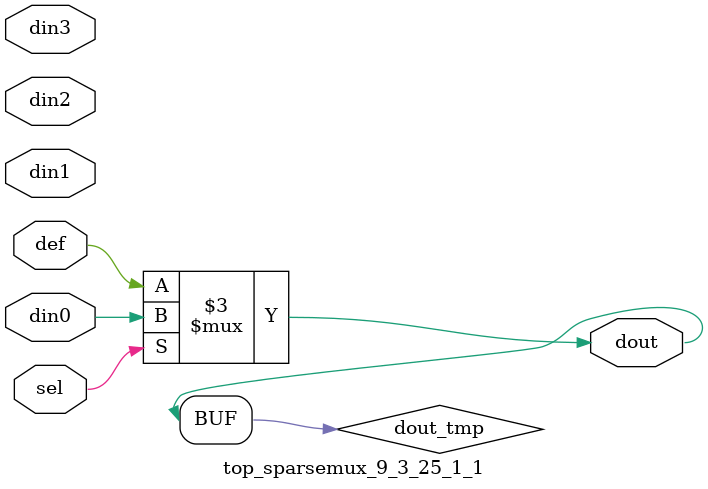
<source format=v>
`timescale 1ns / 1ps

module top_sparsemux_9_3_25_1_1 (din0,din1,din2,din3,def,sel,dout);

parameter din0_WIDTH = 1;

parameter din1_WIDTH = 1;

parameter din2_WIDTH = 1;

parameter din3_WIDTH = 1;

parameter def_WIDTH = 1;
parameter sel_WIDTH = 1;
parameter dout_WIDTH = 1;

parameter [sel_WIDTH-1:0] CASE0 = 1;

parameter [sel_WIDTH-1:0] CASE1 = 1;

parameter [sel_WIDTH-1:0] CASE2 = 1;

parameter [sel_WIDTH-1:0] CASE3 = 1;

parameter ID = 1;
parameter NUM_STAGE = 1;



input [din0_WIDTH-1:0] din0;

input [din1_WIDTH-1:0] din1;

input [din2_WIDTH-1:0] din2;

input [din3_WIDTH-1:0] din3;

input [def_WIDTH-1:0] def;
input [sel_WIDTH-1:0] sel;

output [dout_WIDTH-1:0] dout;



reg [dout_WIDTH-1:0] dout_tmp;


always @ (*) begin
(* parallel_case *) case (sel)
    
    CASE0 : dout_tmp = din0;
    
    CASE1 : dout_tmp = din1;
    
    CASE2 : dout_tmp = din2;
    
    CASE3 : dout_tmp = din3;
    
    default : dout_tmp = def;
endcase
end


assign dout = dout_tmp;



endmodule

</source>
